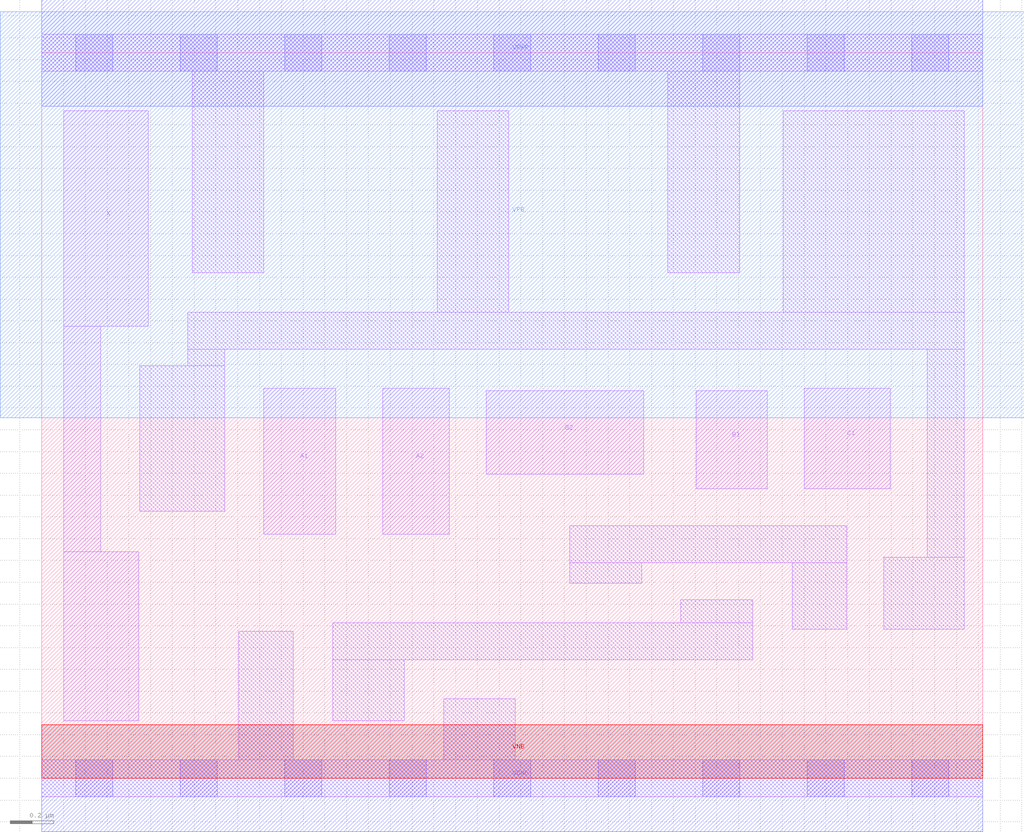
<source format=lef>
# Copyright 2020 The SkyWater PDK Authors
#
# Licensed under the Apache License, Version 2.0 (the "License");
# you may not use this file except in compliance with the License.
# You may obtain a copy of the License at
#
#     https://www.apache.org/licenses/LICENSE-2.0
#
# Unless required by applicable law or agreed to in writing, software
# distributed under the License is distributed on an "AS IS" BASIS,
# WITHOUT WARRANTIES OR CONDITIONS OF ANY KIND, either express or implied.
# See the License for the specific language governing permissions and
# limitations under the License.
#
# SPDX-License-Identifier: Apache-2.0

VERSION 5.7 ;
  NOWIREEXTENSIONATPIN ON ;
  DIVIDERCHAR "/" ;
  BUSBITCHARS "[]" ;
MACRO sky130_fd_sc_lp__o221a_lp
  CLASS CORE ;
  FOREIGN sky130_fd_sc_lp__o221a_lp ;
  ORIGIN  0.000000  0.000000 ;
  SIZE  4.320000 BY  3.330000 ;
  SYMMETRY X Y R90 ;
  SITE unit ;
  PIN A1
    ANTENNAGATEAREA  0.313000 ;
    DIRECTION INPUT ;
    USE SIGNAL ;
    PORT
      LAYER li1 ;
        RECT 1.020000 1.120000 1.350000 1.790000 ;
    END
  END A1
  PIN A2
    ANTENNAGATEAREA  0.313000 ;
    DIRECTION INPUT ;
    USE SIGNAL ;
    PORT
      LAYER li1 ;
        RECT 1.565000 1.120000 1.870000 1.790000 ;
    END
  END A2
  PIN B1
    ANTENNAGATEAREA  0.313000 ;
    DIRECTION INPUT ;
    USE SIGNAL ;
    PORT
      LAYER li1 ;
        RECT 3.005000 1.330000 3.330000 1.780000 ;
    END
  END B1
  PIN B2
    ANTENNAGATEAREA  0.313000 ;
    DIRECTION INPUT ;
    USE SIGNAL ;
    PORT
      LAYER li1 ;
        RECT 2.040000 1.395000 2.765000 1.780000 ;
    END
  END B2
  PIN C1
    ANTENNAGATEAREA  0.313000 ;
    DIRECTION INPUT ;
    USE SIGNAL ;
    PORT
      LAYER li1 ;
        RECT 3.500000 1.330000 3.895000 1.790000 ;
    END
  END C1
  PIN X
    ANTENNADIFFAREA  0.404700 ;
    DIRECTION OUTPUT ;
    USE SIGNAL ;
    PORT
      LAYER li1 ;
        RECT 0.100000 0.265000 0.445000 1.040000 ;
        RECT 0.100000 1.040000 0.270000 2.075000 ;
        RECT 0.100000 2.075000 0.490000 3.065000 ;
    END
  END X
  PIN VGND
    DIRECTION INOUT ;
    USE GROUND ;
    PORT
      LAYER met1 ;
        RECT 0.000000 -0.245000 4.320000 0.245000 ;
    END
  END VGND
  PIN VNB
    DIRECTION INOUT ;
    USE GROUND ;
    PORT
      LAYER pwell ;
        RECT 0.000000 0.000000 4.320000 0.245000 ;
    END
  END VNB
  PIN VPB
    DIRECTION INOUT ;
    USE POWER ;
    PORT
      LAYER nwell ;
        RECT -0.190000 1.655000 4.510000 3.520000 ;
    END
  END VPB
  PIN VPWR
    DIRECTION INOUT ;
    USE POWER ;
    PORT
      LAYER met1 ;
        RECT 0.000000 3.085000 4.320000 3.575000 ;
    END
  END VPWR
  OBS
    LAYER li1 ;
      RECT 0.000000 -0.085000 4.320000 0.085000 ;
      RECT 0.000000  3.245000 4.320000 3.415000 ;
      RECT 0.450000  1.225000 0.840000 1.895000 ;
      RECT 0.670000  1.895000 0.840000 1.970000 ;
      RECT 0.670000  1.970000 4.235000 2.140000 ;
      RECT 0.690000  2.320000 1.020000 3.245000 ;
      RECT 0.905000  0.085000 1.155000 0.675000 ;
      RECT 1.335000  0.265000 1.665000 0.545000 ;
      RECT 1.335000  0.545000 3.265000 0.715000 ;
      RECT 1.815000  2.140000 2.145000 3.065000 ;
      RECT 1.845000  0.085000 2.175000 0.365000 ;
      RECT 2.425000  0.895000 2.755000 0.990000 ;
      RECT 2.425000  0.990000 3.695000 1.160000 ;
      RECT 2.875000  2.320000 3.205000 3.245000 ;
      RECT 2.935000  0.715000 3.265000 0.820000 ;
      RECT 3.405000  2.140000 4.235000 3.065000 ;
      RECT 3.445000  0.685000 3.695000 0.990000 ;
      RECT 3.865000  0.685000 4.235000 1.015000 ;
      RECT 4.065000  1.015000 4.235000 1.970000 ;
    LAYER mcon ;
      RECT 0.155000 -0.085000 0.325000 0.085000 ;
      RECT 0.155000  3.245000 0.325000 3.415000 ;
      RECT 0.635000 -0.085000 0.805000 0.085000 ;
      RECT 0.635000  3.245000 0.805000 3.415000 ;
      RECT 1.115000 -0.085000 1.285000 0.085000 ;
      RECT 1.115000  3.245000 1.285000 3.415000 ;
      RECT 1.595000 -0.085000 1.765000 0.085000 ;
      RECT 1.595000  3.245000 1.765000 3.415000 ;
      RECT 2.075000 -0.085000 2.245000 0.085000 ;
      RECT 2.075000  3.245000 2.245000 3.415000 ;
      RECT 2.555000 -0.085000 2.725000 0.085000 ;
      RECT 2.555000  3.245000 2.725000 3.415000 ;
      RECT 3.035000 -0.085000 3.205000 0.085000 ;
      RECT 3.035000  3.245000 3.205000 3.415000 ;
      RECT 3.515000 -0.085000 3.685000 0.085000 ;
      RECT 3.515000  3.245000 3.685000 3.415000 ;
      RECT 3.995000 -0.085000 4.165000 0.085000 ;
      RECT 3.995000  3.245000 4.165000 3.415000 ;
  END
END sky130_fd_sc_lp__o221a_lp
END LIBRARY

</source>
